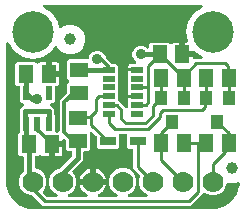
<source format=gbr>
G04 EAGLE Gerber RS-274X export*
G75*
%MOMM*%
%FSLAX34Y34*%
%LPD*%
%INTop Copper*%
%IPPOS*%
%AMOC8*
5,1,8,0,0,1.08239X$1,22.5*%
G01*
%ADD10R,1.000000X0.500000*%
%ADD11R,1.500000X1.300000*%
%ADD12R,1.300000X1.500000*%
%ADD13R,1.000000X1.200000*%
%ADD14R,0.550000X1.200000*%
%ADD15C,1.000000*%
%ADD16C,3.516000*%
%ADD17C,1.778000*%
%ADD18R,1.350000X0.800000*%
%ADD19C,0.406400*%
%ADD20C,0.254000*%
%ADD21C,0.906400*%
%ADD22C,0.304800*%

G36*
X177822Y2543D02*
X177822Y2543D01*
X177900Y2545D01*
X181277Y2810D01*
X181345Y2824D01*
X181414Y2829D01*
X181570Y2869D01*
X187994Y4956D01*
X188101Y5006D01*
X188212Y5050D01*
X188263Y5083D01*
X188282Y5091D01*
X188297Y5104D01*
X188348Y5136D01*
X193812Y9107D01*
X193899Y9188D01*
X193946Y9227D01*
X193952Y9231D01*
X193953Y9232D01*
X193991Y9264D01*
X194029Y9310D01*
X194044Y9324D01*
X194055Y9342D01*
X194093Y9388D01*
X198064Y14852D01*
X198121Y14956D01*
X198185Y15056D01*
X198207Y15113D01*
X198217Y15131D01*
X198222Y15151D01*
X198244Y15206D01*
X200331Y21630D01*
X200344Y21698D01*
X200367Y21764D01*
X200390Y21923D01*
X200540Y23839D01*
X200536Y23939D01*
X200540Y24038D01*
X200528Y24097D01*
X200525Y24157D01*
X200496Y24252D01*
X200476Y24349D01*
X200450Y24403D01*
X200432Y24461D01*
X200380Y24545D01*
X200336Y24635D01*
X200297Y24681D01*
X200266Y24732D01*
X200195Y24801D01*
X200130Y24877D01*
X200081Y24912D01*
X200038Y24953D01*
X199951Y25003D01*
X199870Y25060D01*
X199814Y25081D01*
X199761Y25111D01*
X199666Y25137D01*
X199573Y25173D01*
X199513Y25179D01*
X199455Y25195D01*
X199355Y25197D01*
X199257Y25208D01*
X199197Y25199D01*
X199137Y25200D01*
X199040Y25177D01*
X198942Y25163D01*
X198847Y25131D01*
X198827Y25126D01*
X198816Y25121D01*
X198789Y25111D01*
X196805Y24289D01*
X191816Y24289D01*
X190986Y24633D01*
X190938Y24646D01*
X190893Y24667D01*
X190785Y24688D01*
X190679Y24717D01*
X190629Y24718D01*
X190580Y24727D01*
X190471Y24720D01*
X190361Y24722D01*
X190313Y24710D01*
X190263Y24707D01*
X190159Y24673D01*
X190052Y24648D01*
X190008Y24625D01*
X189961Y24609D01*
X189868Y24550D01*
X189771Y24499D01*
X189734Y24466D01*
X189692Y24439D01*
X189617Y24359D01*
X189535Y24285D01*
X189508Y24244D01*
X189474Y24207D01*
X189421Y24111D01*
X189361Y24019D01*
X189344Y23972D01*
X189320Y23929D01*
X189293Y23823D01*
X189257Y23719D01*
X189253Y23669D01*
X189241Y23621D01*
X189231Y23460D01*
X189231Y23126D01*
X187491Y18925D01*
X184275Y15709D01*
X180074Y13969D01*
X175526Y13969D01*
X171325Y15709D01*
X171078Y15957D01*
X170968Y16042D01*
X170861Y16131D01*
X170842Y16140D01*
X170826Y16152D01*
X170699Y16207D01*
X170573Y16266D01*
X170553Y16270D01*
X170534Y16278D01*
X170397Y16300D01*
X170260Y16326D01*
X170240Y16325D01*
X170220Y16328D01*
X170081Y16315D01*
X169943Y16306D01*
X169924Y16300D01*
X169904Y16298D01*
X169772Y16251D01*
X169641Y16208D01*
X169624Y16198D01*
X169604Y16191D01*
X169489Y16113D01*
X169372Y16038D01*
X169358Y16024D01*
X169341Y16012D01*
X169249Y15908D01*
X169154Y15807D01*
X169144Y15789D01*
X169131Y15774D01*
X169067Y15650D01*
X169000Y15528D01*
X168995Y15509D01*
X168986Y15491D01*
X168956Y15354D01*
X168921Y15220D01*
X168919Y15192D01*
X168916Y15180D01*
X168917Y15160D01*
X168911Y15060D01*
X168911Y14932D01*
X159058Y5079D01*
X33982Y5079D01*
X25463Y13598D01*
X25385Y13658D01*
X25313Y13726D01*
X25260Y13755D01*
X25212Y13792D01*
X25121Y13832D01*
X25034Y13880D01*
X24976Y13895D01*
X24920Y13919D01*
X24822Y13934D01*
X24726Y13959D01*
X24626Y13965D01*
X24606Y13969D01*
X24594Y13967D01*
X24566Y13969D01*
X23126Y13969D01*
X18925Y15709D01*
X15709Y18925D01*
X13969Y23126D01*
X13969Y27674D01*
X15709Y31875D01*
X17306Y33471D01*
X17366Y33549D01*
X17434Y33621D01*
X17463Y33674D01*
X17500Y33722D01*
X17540Y33813D01*
X17588Y33900D01*
X17603Y33958D01*
X17627Y34014D01*
X17642Y34112D01*
X17667Y34208D01*
X17673Y34308D01*
X17677Y34328D01*
X17675Y34341D01*
X17677Y34369D01*
X17677Y45840D01*
X17662Y45958D01*
X17655Y46077D01*
X17642Y46115D01*
X17637Y46156D01*
X17594Y46266D01*
X17557Y46379D01*
X17535Y46414D01*
X17520Y46451D01*
X17451Y46547D01*
X17387Y46648D01*
X17357Y46676D01*
X17334Y46709D01*
X17242Y46785D01*
X17155Y46866D01*
X17120Y46886D01*
X17089Y46911D01*
X16981Y46962D01*
X16877Y47020D01*
X16837Y47030D01*
X16801Y47047D01*
X16684Y47069D01*
X16569Y47099D01*
X16509Y47103D01*
X16489Y47107D01*
X16468Y47105D01*
X16408Y47109D01*
X14698Y47109D01*
X13209Y48598D01*
X13209Y65702D01*
X14048Y66541D01*
X14108Y66619D01*
X14176Y66691D01*
X14205Y66744D01*
X14242Y66792D01*
X14282Y66883D01*
X14330Y66970D01*
X14345Y67028D01*
X14369Y67084D01*
X14384Y67182D01*
X14409Y67277D01*
X14415Y67378D01*
X14419Y67398D01*
X14417Y67410D01*
X14419Y67438D01*
X14419Y81893D01*
X14427Y81910D01*
X14442Y82008D01*
X14467Y82104D01*
X14473Y82204D01*
X14477Y82225D01*
X14475Y82237D01*
X14477Y82265D01*
X14477Y86984D01*
X17417Y89924D01*
X17502Y90033D01*
X17591Y90140D01*
X17599Y90159D01*
X17612Y90175D01*
X17667Y90303D01*
X17726Y90428D01*
X17730Y90448D01*
X17738Y90467D01*
X17760Y90605D01*
X17786Y90741D01*
X17785Y90761D01*
X17788Y90781D01*
X17775Y90920D01*
X17766Y91058D01*
X17760Y91077D01*
X17758Y91097D01*
X17711Y91229D01*
X17668Y91360D01*
X17657Y91378D01*
X17650Y91397D01*
X17572Y91512D01*
X17498Y91629D01*
X17483Y91643D01*
X17472Y91660D01*
X17368Y91752D01*
X17266Y91847D01*
X17249Y91857D01*
X17233Y91870D01*
X17109Y91934D01*
X16988Y92001D01*
X16968Y92006D01*
X16950Y92015D01*
X16814Y92045D01*
X16680Y92080D01*
X16652Y92082D01*
X16640Y92085D01*
X16619Y92084D01*
X16519Y92090D01*
X15908Y92090D01*
X14419Y93579D01*
X14419Y105530D01*
X14404Y105648D01*
X14397Y105767D01*
X14384Y105805D01*
X14379Y105846D01*
X14336Y105956D01*
X14299Y106069D01*
X14277Y106104D01*
X14262Y106141D01*
X14193Y106237D01*
X14129Y106338D01*
X14099Y106366D01*
X14076Y106399D01*
X13984Y106475D01*
X13897Y106556D01*
X13862Y106576D01*
X13831Y106601D01*
X13723Y106652D01*
X13619Y106710D01*
X13579Y106720D01*
X13543Y106737D01*
X13426Y106759D01*
X13311Y106789D01*
X13251Y106793D01*
X13231Y106797D01*
X13210Y106795D01*
X13150Y106799D01*
X12158Y106799D01*
X10669Y108288D01*
X10669Y125392D01*
X12158Y126881D01*
X27262Y126881D01*
X28313Y125831D01*
X28407Y125758D01*
X28496Y125679D01*
X28532Y125661D01*
X28564Y125636D01*
X28673Y125588D01*
X28779Y125534D01*
X28818Y125525D01*
X28856Y125509D01*
X28973Y125491D01*
X29089Y125465D01*
X29130Y125466D01*
X29170Y125460D01*
X29288Y125471D01*
X29407Y125474D01*
X29446Y125486D01*
X29486Y125489D01*
X29599Y125530D01*
X29713Y125563D01*
X29748Y125583D01*
X29786Y125597D01*
X29884Y125664D01*
X29987Y125724D01*
X30032Y125764D01*
X30049Y125776D01*
X30062Y125791D01*
X30108Y125831D01*
X30650Y126373D01*
X31229Y126708D01*
X31876Y126881D01*
X36171Y126881D01*
X36171Y118110D01*
X36186Y117992D01*
X36193Y117873D01*
X36206Y117835D01*
X36211Y117795D01*
X36254Y117684D01*
X36291Y117571D01*
X36313Y117536D01*
X36328Y117499D01*
X36398Y117403D01*
X36461Y117302D01*
X36491Y117274D01*
X36515Y117242D01*
X36606Y117166D01*
X36693Y117084D01*
X36728Y117065D01*
X36759Y117039D01*
X36867Y116988D01*
X36971Y116931D01*
X37011Y116920D01*
X37047Y116903D01*
X37164Y116881D01*
X37279Y116851D01*
X37340Y116847D01*
X37360Y116843D01*
X37380Y116845D01*
X37440Y116841D01*
X38711Y116841D01*
X38711Y115570D01*
X38726Y115452D01*
X38733Y115333D01*
X38746Y115295D01*
X38751Y115255D01*
X38795Y115144D01*
X38831Y115031D01*
X38853Y114996D01*
X38868Y114959D01*
X38938Y114863D01*
X39001Y114762D01*
X39031Y114734D01*
X39055Y114701D01*
X39146Y114626D01*
X39233Y114544D01*
X39268Y114524D01*
X39300Y114499D01*
X39407Y114448D01*
X39511Y114390D01*
X39551Y114380D01*
X39587Y114363D01*
X39704Y114341D01*
X39819Y114311D01*
X39880Y114307D01*
X39900Y114303D01*
X39920Y114305D01*
X39980Y114301D01*
X47751Y114301D01*
X47751Y109006D01*
X47578Y108359D01*
X47243Y107780D01*
X46770Y107307D01*
X46191Y106972D01*
X45544Y106799D01*
X45270Y106799D01*
X45152Y106784D01*
X45033Y106777D01*
X44995Y106764D01*
X44954Y106759D01*
X44844Y106716D01*
X44731Y106679D01*
X44696Y106657D01*
X44659Y106642D01*
X44563Y106573D01*
X44462Y106509D01*
X44434Y106479D01*
X44401Y106456D01*
X44325Y106364D01*
X44244Y106277D01*
X44224Y106242D01*
X44199Y106211D01*
X44148Y106103D01*
X44090Y105999D01*
X44080Y105959D01*
X44063Y105923D01*
X44041Y105806D01*
X44011Y105691D01*
X44007Y105631D01*
X44003Y105611D01*
X44005Y105590D01*
X44001Y105530D01*
X44001Y93579D01*
X42512Y92090D01*
X41241Y92090D01*
X41103Y92073D01*
X40964Y92060D01*
X40945Y92053D01*
X40925Y92050D01*
X40796Y91999D01*
X40665Y91952D01*
X40648Y91941D01*
X40630Y91933D01*
X40517Y91852D01*
X40402Y91774D01*
X40389Y91758D01*
X40372Y91747D01*
X40283Y91639D01*
X40192Y91535D01*
X40182Y91517D01*
X40169Y91502D01*
X40110Y91376D01*
X40047Y91252D01*
X40042Y91232D01*
X40034Y91214D01*
X40008Y91078D01*
X39977Y90942D01*
X39978Y90921D01*
X39974Y90902D01*
X39983Y90763D01*
X39987Y90624D01*
X39993Y90604D01*
X39994Y90584D01*
X40037Y90452D01*
X40075Y90318D01*
X40086Y90301D01*
X40092Y90282D01*
X40166Y90164D01*
X40237Y90044D01*
X40255Y90023D01*
X40262Y90013D01*
X40277Y89999D01*
X40343Y89924D01*
X43283Y86984D01*
X43283Y82925D01*
X43295Y82827D01*
X43298Y82728D01*
X43315Y82670D01*
X43323Y82610D01*
X43359Y82518D01*
X43387Y82422D01*
X43417Y82370D01*
X43440Y82314D01*
X43498Y82234D01*
X43548Y82149D01*
X43614Y82073D01*
X43626Y82057D01*
X43636Y82049D01*
X43654Y82028D01*
X44001Y81681D01*
X44001Y68460D01*
X44016Y68342D01*
X44023Y68223D01*
X44036Y68185D01*
X44041Y68144D01*
X44084Y68034D01*
X44121Y67921D01*
X44143Y67886D01*
X44158Y67849D01*
X44227Y67753D01*
X44291Y67652D01*
X44321Y67624D01*
X44344Y67591D01*
X44436Y67515D01*
X44523Y67434D01*
X44558Y67414D01*
X44589Y67389D01*
X44697Y67338D01*
X44801Y67280D01*
X44841Y67270D01*
X44877Y67253D01*
X44994Y67231D01*
X45109Y67201D01*
X45169Y67197D01*
X45189Y67193D01*
X45210Y67195D01*
X45270Y67191D01*
X46736Y67191D01*
X46854Y67206D01*
X46973Y67213D01*
X47011Y67226D01*
X47052Y67231D01*
X47162Y67274D01*
X47275Y67311D01*
X47310Y67333D01*
X47347Y67348D01*
X47443Y67417D01*
X47544Y67481D01*
X47572Y67511D01*
X47605Y67534D01*
X47681Y67626D01*
X47762Y67713D01*
X47782Y67748D01*
X47807Y67779D01*
X47858Y67887D01*
X47916Y67991D01*
X47926Y68031D01*
X47943Y68067D01*
X47965Y68184D01*
X47995Y68299D01*
X47999Y68359D01*
X48003Y68379D01*
X48001Y68400D01*
X48005Y68460D01*
X48005Y94394D01*
X54358Y100746D01*
X54418Y100824D01*
X54486Y100896D01*
X54515Y100949D01*
X54552Y100997D01*
X54592Y101088D01*
X54640Y101175D01*
X54655Y101233D01*
X54679Y101289D01*
X54694Y101387D01*
X54719Y101483D01*
X54725Y101583D01*
X54729Y101603D01*
X54727Y101615D01*
X54729Y101643D01*
X54729Y108542D01*
X55779Y109593D01*
X55852Y109687D01*
X55931Y109776D01*
X55949Y109812D01*
X55974Y109844D01*
X56022Y109953D01*
X56076Y110059D01*
X56085Y110098D01*
X56101Y110136D01*
X56119Y110253D01*
X56145Y110369D01*
X56144Y110410D01*
X56150Y110450D01*
X56139Y110568D01*
X56136Y110687D01*
X56124Y110726D01*
X56121Y110766D01*
X56080Y110878D01*
X56047Y110993D01*
X56027Y111028D01*
X56013Y111066D01*
X55946Y111164D01*
X55886Y111267D01*
X55846Y111312D01*
X55834Y111329D01*
X55819Y111342D01*
X55779Y111388D01*
X54729Y112438D01*
X54729Y127542D01*
X56218Y129031D01*
X71668Y129031D01*
X71786Y129046D01*
X71905Y129053D01*
X71943Y129066D01*
X71984Y129071D01*
X72094Y129114D01*
X72207Y129151D01*
X72242Y129173D01*
X72279Y129188D01*
X72375Y129257D01*
X72476Y129321D01*
X72504Y129351D01*
X72537Y129374D01*
X72613Y129466D01*
X72694Y129553D01*
X72714Y129588D01*
X72739Y129619D01*
X72790Y129727D01*
X72848Y129831D01*
X72858Y129871D01*
X72875Y129907D01*
X72897Y130024D01*
X72927Y130139D01*
X72931Y130199D01*
X72935Y130219D01*
X72933Y130240D01*
X72937Y130300D01*
X72937Y130947D01*
X74014Y133546D01*
X76004Y135536D01*
X78603Y136613D01*
X81417Y136613D01*
X84016Y135536D01*
X86006Y133546D01*
X87096Y130914D01*
X87098Y130855D01*
X87115Y130797D01*
X87123Y130737D01*
X87159Y130645D01*
X87187Y130549D01*
X87217Y130497D01*
X87240Y130441D01*
X87298Y130361D01*
X87348Y130276D01*
X87414Y130200D01*
X87426Y130184D01*
X87436Y130176D01*
X87454Y130155D01*
X91847Y125762D01*
X91925Y125702D01*
X91997Y125634D01*
X92050Y125605D01*
X92098Y125568D01*
X92189Y125528D01*
X92276Y125480D01*
X92334Y125465D01*
X92390Y125441D01*
X92488Y125426D01*
X92584Y125401D01*
X92684Y125395D01*
X92704Y125391D01*
X92716Y125393D01*
X92744Y125391D01*
X95652Y125391D01*
X97141Y123902D01*
X97141Y95430D01*
X97156Y95312D01*
X97163Y95193D01*
X97176Y95155D01*
X97181Y95114D01*
X97224Y95004D01*
X97261Y94891D01*
X97283Y94856D01*
X97298Y94819D01*
X97367Y94723D01*
X97431Y94622D01*
X97461Y94594D01*
X97484Y94561D01*
X97576Y94485D01*
X97663Y94404D01*
X97691Y94389D01*
X101537Y90542D01*
X103893Y88187D01*
X104002Y88101D01*
X104109Y88013D01*
X104128Y88004D01*
X104144Y87992D01*
X104272Y87936D01*
X104397Y87877D01*
X104417Y87873D01*
X104436Y87865D01*
X104574Y87843D01*
X104710Y87817D01*
X104730Y87819D01*
X104750Y87816D01*
X104889Y87829D01*
X105027Y87837D01*
X105046Y87843D01*
X105066Y87845D01*
X105198Y87893D01*
X105329Y87935D01*
X105347Y87946D01*
X105366Y87953D01*
X105481Y88031D01*
X105598Y88105D01*
X105612Y88120D01*
X105629Y88132D01*
X105721Y88236D01*
X105816Y88337D01*
X105826Y88355D01*
X105839Y88370D01*
X105903Y88494D01*
X105970Y88616D01*
X105975Y88635D01*
X105984Y88653D01*
X106014Y88789D01*
X106049Y88923D01*
X106051Y88952D01*
X106054Y88963D01*
X106053Y88984D01*
X106059Y89084D01*
X106059Y94053D01*
X106063Y94061D01*
X106076Y94113D01*
X106098Y94162D01*
X106114Y94267D01*
X106139Y94370D01*
X106139Y94423D01*
X106147Y94476D01*
X106138Y94582D01*
X106137Y94688D01*
X106120Y94771D01*
X106118Y94793D01*
X106112Y94808D01*
X106105Y94845D01*
X106059Y95016D01*
X106059Y96581D01*
X113600Y96581D01*
X113718Y96596D01*
X113837Y96603D01*
X113875Y96615D01*
X113915Y96620D01*
X114026Y96664D01*
X114139Y96701D01*
X114173Y96723D01*
X114211Y96737D01*
X114307Y96807D01*
X114408Y96871D01*
X114436Y96901D01*
X114468Y96924D01*
X114544Y97016D01*
X114626Y97103D01*
X114645Y97138D01*
X114671Y97169D01*
X114722Y97277D01*
X114779Y97381D01*
X114789Y97420D01*
X114807Y97457D01*
X114829Y97574D01*
X114859Y97689D01*
X114863Y97749D01*
X114866Y97769D01*
X114866Y97770D01*
X114865Y97790D01*
X114869Y97850D01*
X114854Y97968D01*
X114847Y98087D01*
X114834Y98125D01*
X114829Y98166D01*
X114785Y98276D01*
X114749Y98390D01*
X114727Y98424D01*
X114712Y98461D01*
X114642Y98558D01*
X114578Y98658D01*
X114549Y98686D01*
X114525Y98719D01*
X114433Y98795D01*
X114347Y98876D01*
X114311Y98896D01*
X114280Y98922D01*
X114173Y98972D01*
X114068Y99030D01*
X114029Y99040D01*
X113993Y99057D01*
X113876Y99079D01*
X113760Y99109D01*
X113700Y99113D01*
X113680Y99117D01*
X113660Y99116D01*
X113600Y99119D01*
X106059Y99119D01*
X106059Y100684D01*
X106105Y100854D01*
X106119Y100959D01*
X106142Y101062D01*
X106141Y101116D01*
X106148Y101170D01*
X106136Y101275D01*
X106133Y101380D01*
X106118Y101432D01*
X106112Y101485D01*
X106074Y101584D01*
X106059Y101634D01*
X106059Y116553D01*
X106063Y116561D01*
X106076Y116613D01*
X106098Y116663D01*
X106114Y116767D01*
X106140Y116870D01*
X106139Y116924D01*
X106147Y116977D01*
X106138Y117082D01*
X106137Y117188D01*
X106120Y117272D01*
X106118Y117293D01*
X106112Y117308D01*
X106105Y117346D01*
X106059Y117516D01*
X106059Y119081D01*
X113600Y119081D01*
X113718Y119096D01*
X113837Y119103D01*
X113875Y119115D01*
X113915Y119120D01*
X114026Y119164D01*
X114139Y119201D01*
X114173Y119223D01*
X114211Y119237D01*
X114307Y119307D01*
X114408Y119371D01*
X114436Y119401D01*
X114468Y119424D01*
X114544Y119516D01*
X114626Y119603D01*
X114645Y119638D01*
X114671Y119669D01*
X114722Y119777D01*
X114779Y119881D01*
X114789Y119920D01*
X114807Y119957D01*
X114829Y120074D01*
X114859Y120189D01*
X114863Y120249D01*
X114866Y120269D01*
X114866Y120270D01*
X114865Y120290D01*
X114869Y120350D01*
X114854Y120468D01*
X114847Y120587D01*
X114834Y120625D01*
X114829Y120666D01*
X114785Y120776D01*
X114749Y120890D01*
X114727Y120924D01*
X114712Y120961D01*
X114642Y121058D01*
X114578Y121158D01*
X114549Y121186D01*
X114525Y121219D01*
X114433Y121295D01*
X114347Y121376D01*
X114311Y121396D01*
X114280Y121422D01*
X114173Y121472D01*
X114068Y121530D01*
X114029Y121540D01*
X113993Y121557D01*
X113876Y121579D01*
X113760Y121609D01*
X113700Y121613D01*
X113680Y121617D01*
X113660Y121616D01*
X113600Y121619D01*
X106059Y121619D01*
X106059Y123184D01*
X106232Y123831D01*
X106567Y124410D01*
X107040Y124883D01*
X107619Y125218D01*
X108266Y125391D01*
X111733Y125391D01*
X111870Y125408D01*
X112009Y125421D01*
X112028Y125428D01*
X112048Y125431D01*
X112177Y125482D01*
X112308Y125529D01*
X112325Y125540D01*
X112344Y125548D01*
X112456Y125629D01*
X112571Y125707D01*
X112585Y125723D01*
X112601Y125734D01*
X112690Y125842D01*
X112782Y125946D01*
X112791Y125964D01*
X112804Y125979D01*
X112863Y126105D01*
X112927Y126229D01*
X112931Y126249D01*
X112940Y126267D01*
X112966Y126404D01*
X112996Y126539D01*
X112996Y126560D01*
X112999Y126579D01*
X112991Y126718D01*
X112987Y126857D01*
X112981Y126877D01*
X112980Y126897D01*
X112937Y127029D01*
X112898Y127163D01*
X112888Y127180D01*
X112882Y127199D01*
X112807Y127317D01*
X112737Y127437D01*
X112718Y127458D01*
X112711Y127468D01*
X112696Y127482D01*
X112630Y127557D01*
X110844Y129344D01*
X109767Y131943D01*
X109767Y134757D01*
X110844Y137356D01*
X112834Y139346D01*
X115433Y140423D01*
X118247Y140423D01*
X120846Y139346D01*
X121533Y138660D01*
X121642Y138575D01*
X121749Y138486D01*
X121768Y138477D01*
X121784Y138465D01*
X121912Y138410D01*
X122037Y138350D01*
X122057Y138347D01*
X122076Y138339D01*
X122214Y138317D01*
X122350Y138291D01*
X122370Y138292D01*
X122390Y138289D01*
X122529Y138302D01*
X122667Y138310D01*
X122686Y138317D01*
X122706Y138318D01*
X122837Y138366D01*
X122969Y138408D01*
X122987Y138419D01*
X123006Y138426D01*
X123120Y138504D01*
X123238Y138579D01*
X123252Y138593D01*
X123269Y138605D01*
X123361Y138709D01*
X123456Y138810D01*
X123466Y138828D01*
X123479Y138843D01*
X123542Y138967D01*
X123610Y139089D01*
X123615Y139108D01*
X123624Y139126D01*
X123654Y139262D01*
X123689Y139397D01*
X123691Y139425D01*
X123694Y139437D01*
X123693Y139457D01*
X123699Y139557D01*
X123699Y141902D01*
X125188Y143391D01*
X140292Y143391D01*
X141343Y142341D01*
X141437Y142268D01*
X141526Y142189D01*
X141562Y142170D01*
X141594Y142146D01*
X141703Y142098D01*
X141809Y142044D01*
X141848Y142035D01*
X141886Y142019D01*
X142003Y142001D01*
X142119Y141975D01*
X142160Y141976D01*
X142200Y141969D01*
X142318Y141981D01*
X142437Y141984D01*
X142476Y141996D01*
X142516Y141999D01*
X142628Y142040D01*
X142743Y142073D01*
X142778Y142093D01*
X142816Y142107D01*
X142914Y142174D01*
X143017Y142234D01*
X143062Y142274D01*
X143079Y142285D01*
X143092Y142301D01*
X143138Y142341D01*
X143680Y142883D01*
X144259Y143218D01*
X144906Y143391D01*
X149201Y143391D01*
X149201Y134620D01*
X149216Y134502D01*
X149223Y134383D01*
X149236Y134345D01*
X149241Y134305D01*
X149284Y134194D01*
X149321Y134081D01*
X149343Y134046D01*
X149358Y134009D01*
X149428Y133913D01*
X149491Y133812D01*
X149521Y133784D01*
X149545Y133752D01*
X149636Y133676D01*
X149723Y133594D01*
X149758Y133575D01*
X149789Y133549D01*
X149897Y133498D01*
X150001Y133441D01*
X150041Y133430D01*
X150077Y133413D01*
X150194Y133391D01*
X150309Y133361D01*
X150370Y133357D01*
X150390Y133353D01*
X150410Y133355D01*
X150470Y133351D01*
X151741Y133351D01*
X151741Y132080D01*
X151756Y131962D01*
X151763Y131843D01*
X151776Y131805D01*
X151781Y131765D01*
X151825Y131654D01*
X151861Y131541D01*
X151883Y131506D01*
X151898Y131469D01*
X151968Y131373D01*
X152031Y131272D01*
X152061Y131244D01*
X152085Y131211D01*
X152176Y131136D01*
X152263Y131054D01*
X152298Y131034D01*
X152330Y131009D01*
X152437Y130958D01*
X152541Y130900D01*
X152581Y130890D01*
X152617Y130873D01*
X152734Y130851D01*
X152849Y130821D01*
X152910Y130817D01*
X152930Y130813D01*
X152950Y130815D01*
X153010Y130811D01*
X160781Y130811D01*
X160781Y130810D01*
X160796Y130692D01*
X160803Y130573D01*
X160816Y130535D01*
X160821Y130494D01*
X160864Y130384D01*
X160901Y130271D01*
X160923Y130236D01*
X160938Y130199D01*
X161007Y130103D01*
X161071Y130002D01*
X161101Y129974D01*
X161124Y129941D01*
X161216Y129865D01*
X161303Y129784D01*
X161338Y129764D01*
X161369Y129739D01*
X161477Y129688D01*
X161581Y129630D01*
X161621Y129620D01*
X161657Y129603D01*
X161774Y129581D01*
X161889Y129551D01*
X161949Y129547D01*
X161969Y129543D01*
X161990Y129545D01*
X162050Y129541D01*
X167796Y129541D01*
X167900Y129554D01*
X168004Y129558D01*
X168057Y129574D01*
X168111Y129581D01*
X168208Y129619D01*
X168309Y129649D01*
X168356Y129677D01*
X168407Y129698D01*
X168492Y129759D01*
X168581Y129813D01*
X168620Y129852D01*
X168665Y129884D01*
X168731Y129965D01*
X168804Y130039D01*
X168832Y130087D01*
X168867Y130129D01*
X168912Y130224D01*
X168964Y130314D01*
X168979Y130367D01*
X169003Y130417D01*
X169022Y130520D01*
X169051Y130620D01*
X169052Y130675D01*
X169063Y130729D01*
X169056Y130834D01*
X169059Y130938D01*
X169046Y130992D01*
X169043Y131047D01*
X169011Y131146D01*
X168987Y131248D01*
X168962Y131297D01*
X168945Y131349D01*
X168889Y131438D01*
X168841Y131530D01*
X168804Y131572D01*
X168775Y131618D01*
X168699Y131690D01*
X168629Y131768D01*
X168559Y131821D01*
X168543Y131836D01*
X168530Y131843D01*
X168501Y131865D01*
X162755Y135705D01*
X162742Y135711D01*
X162731Y135721D01*
X162600Y135782D01*
X162471Y135847D01*
X162456Y135850D01*
X162443Y135856D01*
X162302Y135883D01*
X162160Y135914D01*
X162145Y135913D01*
X162130Y135916D01*
X161987Y135907D01*
X161842Y135901D01*
X161828Y135897D01*
X161813Y135896D01*
X161791Y135889D01*
X154279Y135889D01*
X154279Y143391D01*
X155370Y143391D01*
X155453Y143401D01*
X155538Y143402D01*
X155610Y143421D01*
X155685Y143431D01*
X155764Y143462D01*
X155845Y143483D01*
X155911Y143520D01*
X155981Y143548D01*
X156049Y143597D01*
X156123Y143638D01*
X156177Y143690D01*
X156238Y143734D01*
X156292Y143800D01*
X156353Y143858D01*
X156393Y143921D01*
X156441Y143979D01*
X156477Y144056D01*
X156522Y144127D01*
X156544Y144199D01*
X156577Y144267D01*
X156592Y144350D01*
X156618Y144430D01*
X156622Y144506D01*
X156636Y144579D01*
X156631Y144664D01*
X156636Y144748D01*
X156617Y144888D01*
X156617Y144897D01*
X156615Y144900D01*
X156614Y144908D01*
X155124Y152400D01*
X156850Y161078D01*
X161766Y168434D01*
X168501Y172935D01*
X168580Y173003D01*
X168665Y173064D01*
X168700Y173107D01*
X168741Y173143D01*
X168801Y173229D01*
X168867Y173309D01*
X168891Y173359D01*
X168922Y173405D01*
X168958Y173503D01*
X169003Y173597D01*
X169013Y173651D01*
X169032Y173703D01*
X169043Y173807D01*
X169063Y173910D01*
X169059Y173965D01*
X169065Y174019D01*
X169049Y174123D01*
X169043Y174227D01*
X169026Y174279D01*
X169018Y174334D01*
X168977Y174430D01*
X168945Y174529D01*
X168915Y174576D01*
X168894Y174627D01*
X168831Y174710D01*
X168775Y174798D01*
X168735Y174836D01*
X168701Y174880D01*
X168619Y174945D01*
X168543Y175016D01*
X168495Y175043D01*
X168452Y175077D01*
X168356Y175119D01*
X168265Y175170D01*
X168211Y175183D01*
X168161Y175206D01*
X168058Y175223D01*
X167957Y175249D01*
X167869Y175255D01*
X167847Y175258D01*
X167832Y175257D01*
X167796Y175259D01*
X35404Y175259D01*
X35300Y175246D01*
X35196Y175242D01*
X35143Y175226D01*
X35089Y175219D01*
X34992Y175181D01*
X34891Y175151D01*
X34844Y175123D01*
X34793Y175102D01*
X34708Y175041D01*
X34619Y174987D01*
X34580Y174948D01*
X34535Y174916D01*
X34469Y174835D01*
X34396Y174761D01*
X34368Y174713D01*
X34333Y174671D01*
X34288Y174576D01*
X34236Y174486D01*
X34221Y174433D01*
X34197Y174383D01*
X34178Y174280D01*
X34149Y174180D01*
X34148Y174125D01*
X34137Y174071D01*
X34144Y173966D01*
X34141Y173862D01*
X34154Y173808D01*
X34157Y173753D01*
X34189Y173654D01*
X34213Y173552D01*
X34238Y173503D01*
X34255Y173451D01*
X34311Y173362D01*
X34359Y173270D01*
X34396Y173228D01*
X34425Y173182D01*
X34501Y173110D01*
X34571Y173032D01*
X34641Y172979D01*
X34657Y172964D01*
X34670Y172957D01*
X34699Y172935D01*
X41434Y168434D01*
X46350Y161078D01*
X47229Y156657D01*
X47234Y156643D01*
X47235Y156628D01*
X47284Y156492D01*
X47330Y156355D01*
X47338Y156343D01*
X47343Y156329D01*
X47424Y156209D01*
X47502Y156088D01*
X47513Y156078D01*
X47521Y156066D01*
X47629Y155970D01*
X47736Y155872D01*
X47749Y155865D01*
X47760Y155855D01*
X47888Y155789D01*
X48016Y155721D01*
X48030Y155717D01*
X48043Y155710D01*
X48184Y155679D01*
X48324Y155644D01*
X48339Y155644D01*
X48353Y155641D01*
X48498Y155645D01*
X48642Y155646D01*
X48656Y155650D01*
X48671Y155650D01*
X48810Y155691D01*
X48950Y155728D01*
X48963Y155735D01*
X48977Y155739D01*
X49101Y155812D01*
X49227Y155883D01*
X49238Y155893D01*
X49251Y155900D01*
X49372Y156007D01*
X50046Y156682D01*
X54655Y158591D01*
X59645Y158591D01*
X64254Y156682D01*
X67782Y153154D01*
X69691Y148545D01*
X69691Y143555D01*
X67782Y138946D01*
X64254Y135418D01*
X59645Y133509D01*
X54655Y133509D01*
X50046Y135418D01*
X46518Y138946D01*
X46141Y139857D01*
X46134Y139869D01*
X46130Y139884D01*
X46055Y140008D01*
X45984Y140133D01*
X45974Y140144D01*
X45966Y140156D01*
X45863Y140258D01*
X45763Y140361D01*
X45750Y140369D01*
X45739Y140379D01*
X45614Y140452D01*
X45491Y140528D01*
X45477Y140532D01*
X45465Y140539D01*
X45326Y140579D01*
X45188Y140621D01*
X45173Y140622D01*
X45159Y140626D01*
X45015Y140629D01*
X44870Y140636D01*
X44855Y140633D01*
X44841Y140634D01*
X44701Y140601D01*
X44558Y140572D01*
X44545Y140565D01*
X44531Y140562D01*
X44403Y140496D01*
X44273Y140432D01*
X44261Y140423D01*
X44248Y140416D01*
X44141Y140320D01*
X44031Y140226D01*
X44022Y140214D01*
X44011Y140204D01*
X43913Y140076D01*
X41434Y136366D01*
X34078Y131450D01*
X25400Y129724D01*
X16722Y131450D01*
X9366Y136366D01*
X4865Y143101D01*
X4797Y143180D01*
X4736Y143265D01*
X4693Y143300D01*
X4657Y143341D01*
X4571Y143401D01*
X4491Y143467D01*
X4441Y143491D01*
X4395Y143522D01*
X4297Y143558D01*
X4203Y143603D01*
X4149Y143613D01*
X4097Y143632D01*
X3993Y143643D01*
X3890Y143663D01*
X3835Y143659D01*
X3781Y143665D01*
X3677Y143649D01*
X3573Y143643D01*
X3521Y143626D01*
X3466Y143618D01*
X3370Y143577D01*
X3271Y143545D01*
X3224Y143515D01*
X3173Y143494D01*
X3090Y143431D01*
X3002Y143375D01*
X2964Y143335D01*
X2920Y143301D01*
X2855Y143219D01*
X2784Y143143D01*
X2757Y143095D01*
X2723Y143052D01*
X2681Y142956D01*
X2630Y142865D01*
X2617Y142811D01*
X2594Y142761D01*
X2577Y142658D01*
X2551Y142557D01*
X2545Y142469D01*
X2542Y142447D01*
X2543Y142432D01*
X2541Y142396D01*
X2541Y25400D01*
X2543Y25378D01*
X2545Y25300D01*
X2810Y21923D01*
X2824Y21855D01*
X2829Y21786D01*
X2869Y21630D01*
X4956Y15206D01*
X5006Y15099D01*
X5050Y14988D01*
X5083Y14937D01*
X5091Y14918D01*
X5104Y14903D01*
X5136Y14852D01*
X9107Y9388D01*
X9127Y9366D01*
X9138Y9348D01*
X9184Y9305D01*
X9188Y9301D01*
X9264Y9209D01*
X9310Y9171D01*
X9324Y9156D01*
X9342Y9145D01*
X9388Y9107D01*
X14852Y5136D01*
X14956Y5079D01*
X15056Y5015D01*
X15113Y4993D01*
X15131Y4983D01*
X15151Y4978D01*
X15206Y4956D01*
X21630Y2869D01*
X21698Y2856D01*
X21764Y2833D01*
X21923Y2810D01*
X25300Y2545D01*
X25322Y2546D01*
X25400Y2541D01*
X177800Y2541D01*
X177822Y2543D01*
G37*
G36*
X70678Y12703D02*
X70678Y12703D01*
X70698Y12701D01*
X70836Y12723D01*
X70974Y12741D01*
X70993Y12748D01*
X71012Y12751D01*
X71140Y12806D01*
X71270Y12858D01*
X71286Y12869D01*
X71304Y12877D01*
X71414Y12963D01*
X71527Y13044D01*
X71540Y13060D01*
X71556Y13072D01*
X71641Y13182D01*
X71730Y13289D01*
X71738Y13307D01*
X71751Y13323D01*
X71806Y13451D01*
X71865Y13577D01*
X71869Y13597D01*
X71877Y13615D01*
X71899Y13753D01*
X71925Y13889D01*
X71924Y13909D01*
X71927Y13929D01*
X71914Y14068D01*
X71905Y14207D01*
X71899Y14226D01*
X71897Y14246D01*
X71850Y14377D01*
X71807Y14509D01*
X71797Y14526D01*
X71790Y14545D01*
X71712Y14660D01*
X71637Y14778D01*
X71623Y14792D01*
X71612Y14808D01*
X71507Y14900D01*
X71406Y14996D01*
X71388Y15006D01*
X71373Y15019D01*
X71235Y15101D01*
X70209Y15623D01*
X68753Y16681D01*
X67481Y17953D01*
X66423Y19409D01*
X65607Y21012D01*
X65051Y22723D01*
X65023Y22901D01*
X74970Y22901D01*
X75088Y22916D01*
X75207Y22923D01*
X75245Y22935D01*
X75285Y22941D01*
X75396Y22984D01*
X75509Y23021D01*
X75543Y23043D01*
X75581Y23058D01*
X75677Y23127D01*
X75778Y23191D01*
X75806Y23221D01*
X75838Y23244D01*
X75914Y23336D01*
X75996Y23423D01*
X76015Y23458D01*
X76041Y23489D01*
X76092Y23597D01*
X76149Y23701D01*
X76159Y23741D01*
X76177Y23777D01*
X76197Y23884D01*
X76201Y23854D01*
X76245Y23744D01*
X76281Y23631D01*
X76303Y23596D01*
X76318Y23559D01*
X76388Y23462D01*
X76451Y23362D01*
X76481Y23334D01*
X76505Y23301D01*
X76596Y23225D01*
X76683Y23144D01*
X76718Y23124D01*
X76750Y23099D01*
X76857Y23048D01*
X76962Y22990D01*
X77001Y22980D01*
X77037Y22963D01*
X77154Y22941D01*
X77270Y22911D01*
X77330Y22907D01*
X77350Y22903D01*
X77370Y22905D01*
X77430Y22901D01*
X87377Y22901D01*
X87349Y22723D01*
X86793Y21012D01*
X85977Y19409D01*
X84919Y17953D01*
X83647Y16681D01*
X82191Y15623D01*
X81165Y15101D01*
X81149Y15090D01*
X81130Y15082D01*
X81018Y15001D01*
X80902Y14922D01*
X80889Y14907D01*
X80873Y14896D01*
X80784Y14788D01*
X80692Y14684D01*
X80683Y14666D01*
X80670Y14651D01*
X80611Y14524D01*
X80547Y14400D01*
X80543Y14381D01*
X80535Y14363D01*
X80508Y14226D01*
X80478Y14090D01*
X80479Y14070D01*
X80475Y14050D01*
X80483Y13911D01*
X80488Y13772D01*
X80493Y13753D01*
X80495Y13733D01*
X80537Y13601D01*
X80576Y13467D01*
X80586Y13449D01*
X80593Y13431D01*
X80667Y13313D01*
X80738Y13193D01*
X80752Y13179D01*
X80763Y13162D01*
X80864Y13066D01*
X80963Y12968D01*
X80980Y12958D01*
X80994Y12944D01*
X81116Y12877D01*
X81236Y12806D01*
X81255Y12800D01*
X81273Y12790D01*
X81407Y12756D01*
X81542Y12717D01*
X81561Y12716D01*
X81581Y12711D01*
X81741Y12701D01*
X96008Y12701D01*
X96077Y12709D01*
X96147Y12708D01*
X96234Y12729D01*
X96323Y12741D01*
X96388Y12766D01*
X96456Y12783D01*
X96536Y12825D01*
X96619Y12858D01*
X96675Y12899D01*
X96737Y12931D01*
X96804Y12992D01*
X96876Y13044D01*
X96921Y13098D01*
X96973Y13145D01*
X97022Y13220D01*
X97079Y13289D01*
X97109Y13353D01*
X97147Y13411D01*
X97177Y13496D01*
X97215Y13577D01*
X97228Y13646D01*
X97251Y13712D01*
X97258Y13801D01*
X97275Y13889D01*
X97270Y13959D01*
X97276Y14029D01*
X97260Y14117D01*
X97255Y14207D01*
X97233Y14273D01*
X97221Y14342D01*
X97184Y14424D01*
X97157Y14509D01*
X97119Y14568D01*
X97091Y14632D01*
X97035Y14702D01*
X96987Y14778D01*
X96936Y14826D01*
X96892Y14880D01*
X96820Y14935D01*
X96755Y14996D01*
X96694Y15030D01*
X96638Y15072D01*
X96494Y15143D01*
X95125Y15709D01*
X91909Y18925D01*
X90169Y23126D01*
X90169Y27674D01*
X91909Y31875D01*
X95125Y35091D01*
X99326Y36831D01*
X103874Y36831D01*
X108075Y35091D01*
X111291Y31875D01*
X113031Y27674D01*
X113031Y23126D01*
X111291Y18925D01*
X108075Y15709D01*
X106706Y15143D01*
X106646Y15108D01*
X106581Y15082D01*
X106508Y15030D01*
X106430Y14985D01*
X106380Y14937D01*
X106324Y14896D01*
X106266Y14826D01*
X106202Y14764D01*
X106165Y14704D01*
X106121Y14651D01*
X106082Y14569D01*
X106035Y14493D01*
X106015Y14426D01*
X105985Y14363D01*
X105968Y14275D01*
X105942Y14189D01*
X105939Y14119D01*
X105925Y14050D01*
X105931Y13961D01*
X105927Y13871D01*
X105941Y13803D01*
X105945Y13733D01*
X105973Y13648D01*
X105991Y13560D01*
X106022Y13497D01*
X106043Y13431D01*
X106091Y13355D01*
X106131Y13274D01*
X106176Y13221D01*
X106213Y13162D01*
X106279Y13100D01*
X106337Y13032D01*
X106394Y12992D01*
X106445Y12944D01*
X106524Y12901D01*
X106597Y12849D01*
X106662Y12824D01*
X106723Y12790D01*
X106810Y12768D01*
X106894Y12736D01*
X106964Y12728D01*
X107031Y12711D01*
X107192Y12701D01*
X121408Y12701D01*
X121477Y12709D01*
X121547Y12708D01*
X121634Y12729D01*
X121723Y12741D01*
X121788Y12766D01*
X121856Y12783D01*
X121936Y12825D01*
X122019Y12858D01*
X122075Y12899D01*
X122137Y12931D01*
X122204Y12992D01*
X122276Y13044D01*
X122321Y13098D01*
X122373Y13145D01*
X122422Y13220D01*
X122479Y13289D01*
X122509Y13353D01*
X122547Y13411D01*
X122577Y13496D01*
X122615Y13577D01*
X122628Y13646D01*
X122651Y13712D01*
X122658Y13801D01*
X122675Y13889D01*
X122670Y13959D01*
X122676Y14029D01*
X122660Y14117D01*
X122655Y14207D01*
X122633Y14273D01*
X122621Y14342D01*
X122584Y14424D01*
X122557Y14509D01*
X122519Y14568D01*
X122491Y14632D01*
X122435Y14702D01*
X122387Y14778D01*
X122336Y14826D01*
X122292Y14880D01*
X122220Y14935D01*
X122155Y14996D01*
X122094Y15030D01*
X122038Y15072D01*
X121894Y15143D01*
X120525Y15709D01*
X117309Y18925D01*
X115569Y23126D01*
X115569Y27674D01*
X116348Y29554D01*
X116356Y29583D01*
X116370Y29609D01*
X116398Y29736D01*
X116432Y29861D01*
X116433Y29891D01*
X116439Y29920D01*
X116435Y30049D01*
X116437Y30179D01*
X116430Y30208D01*
X116430Y30237D01*
X116393Y30362D01*
X116363Y30488D01*
X116349Y30515D01*
X116341Y30543D01*
X116275Y30655D01*
X116214Y30770D01*
X116195Y30791D01*
X116180Y30817D01*
X116073Y30938D01*
X110489Y36522D01*
X110489Y51880D01*
X110474Y51998D01*
X110467Y52117D01*
X110454Y52155D01*
X110449Y52196D01*
X110406Y52306D01*
X110369Y52419D01*
X110347Y52454D01*
X110332Y52491D01*
X110263Y52587D01*
X110199Y52688D01*
X110169Y52716D01*
X110146Y52749D01*
X110054Y52825D01*
X109967Y52906D01*
X109932Y52926D01*
X109901Y52951D01*
X109793Y53002D01*
X109689Y53060D01*
X109649Y53070D01*
X109613Y53087D01*
X109496Y53109D01*
X109381Y53139D01*
X109321Y53143D01*
X109301Y53147D01*
X109280Y53145D01*
X109220Y53149D01*
X106498Y53149D01*
X105009Y54638D01*
X105009Y64770D01*
X104994Y64888D01*
X104987Y65007D01*
X104974Y65045D01*
X104969Y65086D01*
X104926Y65196D01*
X104889Y65309D01*
X104867Y65344D01*
X104852Y65381D01*
X104783Y65477D01*
X104719Y65578D01*
X104689Y65606D01*
X104666Y65639D01*
X104574Y65715D01*
X104487Y65796D01*
X104452Y65816D01*
X104421Y65841D01*
X104313Y65892D01*
X104209Y65950D01*
X104169Y65960D01*
X104133Y65977D01*
X104016Y65999D01*
X103901Y66029D01*
X103841Y66033D01*
X103821Y66037D01*
X103800Y66035D01*
X103740Y66039D01*
X99460Y66039D01*
X99342Y66024D01*
X99223Y66017D01*
X99185Y66004D01*
X99144Y65999D01*
X99034Y65956D01*
X98921Y65919D01*
X98886Y65897D01*
X98849Y65882D01*
X98753Y65813D01*
X98652Y65749D01*
X98624Y65719D01*
X98591Y65696D01*
X98515Y65604D01*
X98434Y65517D01*
X98414Y65482D01*
X98389Y65451D01*
X98338Y65343D01*
X98280Y65239D01*
X98270Y65199D01*
X98253Y65163D01*
X98231Y65046D01*
X98201Y64931D01*
X98197Y64871D01*
X98193Y64851D01*
X98195Y64830D01*
X98194Y64817D01*
X98193Y64814D01*
X98193Y64812D01*
X98191Y64770D01*
X98191Y54638D01*
X96702Y53149D01*
X81098Y53149D01*
X79609Y54638D01*
X79609Y63066D01*
X79597Y63164D01*
X79594Y63263D01*
X79577Y63321D01*
X79569Y63381D01*
X79533Y63473D01*
X79505Y63569D01*
X79475Y63621D01*
X79452Y63677D01*
X79394Y63757D01*
X79344Y63842D01*
X79278Y63918D01*
X79266Y63934D01*
X79256Y63942D01*
X79238Y63963D01*
X75707Y67493D01*
X75598Y67579D01*
X75491Y67667D01*
X75472Y67676D01*
X75456Y67688D01*
X75328Y67744D01*
X75203Y67803D01*
X75183Y67807D01*
X75164Y67815D01*
X75026Y67837D01*
X74890Y67863D01*
X74870Y67861D01*
X74850Y67864D01*
X74711Y67851D01*
X74573Y67843D01*
X74554Y67837D01*
X74534Y67835D01*
X74402Y67787D01*
X74271Y67745D01*
X74253Y67734D01*
X74234Y67727D01*
X74119Y67649D01*
X74002Y67575D01*
X73988Y67560D01*
X73971Y67548D01*
X73879Y67444D01*
X73784Y67343D01*
X73774Y67325D01*
X73761Y67310D01*
X73697Y67186D01*
X73630Y67064D01*
X73625Y67045D01*
X73616Y67027D01*
X73586Y66891D01*
X73551Y66757D01*
X73549Y66728D01*
X73546Y66717D01*
X73547Y66696D01*
X73541Y66596D01*
X73541Y52798D01*
X72052Y51309D01*
X69342Y51309D01*
X69224Y51294D01*
X69105Y51287D01*
X69067Y51274D01*
X69026Y51269D01*
X68916Y51226D01*
X68803Y51189D01*
X68768Y51167D01*
X68731Y51152D01*
X68635Y51083D01*
X68534Y51019D01*
X68506Y50989D01*
X68473Y50966D01*
X68397Y50874D01*
X68316Y50787D01*
X68296Y50752D01*
X68271Y50721D01*
X68220Y50613D01*
X68162Y50509D01*
X68152Y50469D01*
X68135Y50433D01*
X68113Y50316D01*
X68083Y50201D01*
X68079Y50141D01*
X68075Y50121D01*
X68077Y50100D01*
X68073Y50040D01*
X68073Y43826D01*
X59204Y34957D01*
X59131Y34863D01*
X59052Y34774D01*
X59034Y34738D01*
X59009Y34706D01*
X58961Y34596D01*
X58907Y34490D01*
X58898Y34451D01*
X58882Y34414D01*
X58864Y34296D01*
X58838Y34180D01*
X58839Y34140D01*
X58833Y34100D01*
X58844Y33981D01*
X58847Y33862D01*
X58859Y33823D01*
X58862Y33783D01*
X58903Y33671D01*
X58936Y33557D01*
X58956Y33522D01*
X58970Y33484D01*
X59037Y33385D01*
X59097Y33283D01*
X59137Y33237D01*
X59149Y33221D01*
X59164Y33207D01*
X59204Y33162D01*
X60491Y31875D01*
X62231Y27674D01*
X62231Y23126D01*
X60491Y18925D01*
X57275Y15709D01*
X55906Y15143D01*
X55846Y15108D01*
X55781Y15082D01*
X55708Y15030D01*
X55630Y14985D01*
X55580Y14937D01*
X55524Y14896D01*
X55466Y14826D01*
X55402Y14764D01*
X55365Y14704D01*
X55321Y14651D01*
X55282Y14569D01*
X55235Y14493D01*
X55215Y14426D01*
X55185Y14363D01*
X55168Y14275D01*
X55142Y14189D01*
X55139Y14119D01*
X55125Y14050D01*
X55131Y13961D01*
X55127Y13871D01*
X55141Y13803D01*
X55145Y13733D01*
X55173Y13648D01*
X55191Y13560D01*
X55222Y13497D01*
X55243Y13431D01*
X55291Y13355D01*
X55331Y13274D01*
X55376Y13221D01*
X55413Y13162D01*
X55479Y13100D01*
X55537Y13032D01*
X55594Y12992D01*
X55645Y12944D01*
X55724Y12901D01*
X55797Y12849D01*
X55862Y12824D01*
X55923Y12790D01*
X56010Y12768D01*
X56094Y12736D01*
X56164Y12728D01*
X56231Y12711D01*
X56392Y12701D01*
X70659Y12701D01*
X70678Y12703D01*
G37*
G36*
X45277Y12709D02*
X45277Y12709D01*
X45347Y12708D01*
X45434Y12729D01*
X45523Y12741D01*
X45588Y12766D01*
X45656Y12783D01*
X45736Y12825D01*
X45819Y12858D01*
X45875Y12899D01*
X45937Y12931D01*
X46004Y12992D01*
X46076Y13044D01*
X46121Y13098D01*
X46173Y13145D01*
X46222Y13220D01*
X46279Y13289D01*
X46309Y13353D01*
X46347Y13411D01*
X46377Y13496D01*
X46415Y13577D01*
X46428Y13646D01*
X46451Y13712D01*
X46458Y13801D01*
X46475Y13889D01*
X46470Y13959D01*
X46476Y14029D01*
X46460Y14117D01*
X46455Y14207D01*
X46433Y14273D01*
X46421Y14342D01*
X46384Y14424D01*
X46357Y14509D01*
X46319Y14568D01*
X46291Y14632D01*
X46235Y14702D01*
X46187Y14778D01*
X46136Y14826D01*
X46092Y14880D01*
X46020Y14935D01*
X45955Y14996D01*
X45894Y15030D01*
X45838Y15072D01*
X45694Y15143D01*
X44325Y15709D01*
X41109Y18925D01*
X39369Y23126D01*
X39369Y27674D01*
X41109Y31875D01*
X44325Y35091D01*
X47640Y36464D01*
X47648Y36468D01*
X47657Y36471D01*
X47786Y36547D01*
X47917Y36621D01*
X47923Y36628D01*
X47931Y36632D01*
X48052Y36739D01*
X58556Y47242D01*
X58616Y47321D01*
X58684Y47393D01*
X58713Y47446D01*
X58750Y47494D01*
X58790Y47585D01*
X58838Y47671D01*
X58853Y47730D01*
X58877Y47785D01*
X58892Y47883D01*
X58917Y47979D01*
X58923Y48079D01*
X58927Y48100D01*
X58925Y48112D01*
X58927Y48140D01*
X58927Y50040D01*
X58912Y50158D01*
X58905Y50277D01*
X58892Y50315D01*
X58887Y50356D01*
X58844Y50466D01*
X58807Y50579D01*
X58785Y50614D01*
X58770Y50651D01*
X58701Y50747D01*
X58637Y50848D01*
X58607Y50876D01*
X58584Y50909D01*
X58492Y50985D01*
X58405Y51066D01*
X58370Y51086D01*
X58339Y51111D01*
X58231Y51162D01*
X58127Y51220D01*
X58087Y51230D01*
X58051Y51247D01*
X57934Y51269D01*
X57819Y51299D01*
X57759Y51303D01*
X57739Y51307D01*
X57718Y51305D01*
X57658Y51309D01*
X54948Y51309D01*
X53459Y52798D01*
X53459Y59647D01*
X53447Y59745D01*
X53444Y59844D01*
X53427Y59902D01*
X53419Y59962D01*
X53383Y60054D01*
X53355Y60149D01*
X53330Y60193D01*
X53329Y60196D01*
X53324Y60204D01*
X53302Y60258D01*
X53244Y60338D01*
X53194Y60423D01*
X53162Y60460D01*
X53158Y60465D01*
X53151Y60472D01*
X53128Y60499D01*
X53116Y60515D01*
X53106Y60523D01*
X53088Y60544D01*
X52714Y60918D01*
X52458Y61174D01*
X52348Y61259D01*
X52241Y61348D01*
X52222Y61357D01*
X52206Y61369D01*
X52079Y61424D01*
X51953Y61484D01*
X51933Y61487D01*
X51914Y61495D01*
X51777Y61517D01*
X51640Y61543D01*
X51620Y61542D01*
X51600Y61545D01*
X51462Y61532D01*
X51323Y61524D01*
X51304Y61517D01*
X51284Y61515D01*
X51153Y61468D01*
X51021Y61426D01*
X51003Y61415D01*
X50984Y61408D01*
X50869Y61330D01*
X50752Y61255D01*
X50738Y61241D01*
X50721Y61229D01*
X50629Y61125D01*
X50534Y61024D01*
X50524Y61006D01*
X50511Y60991D01*
X50448Y60867D01*
X50380Y60745D01*
X50375Y60726D01*
X50366Y60708D01*
X50336Y60572D01*
X50301Y60437D01*
X50299Y60409D01*
X50296Y60397D01*
X50297Y60377D01*
X50291Y60277D01*
X50291Y59689D01*
X42520Y59689D01*
X42402Y59674D01*
X42283Y59667D01*
X42245Y59654D01*
X42205Y59649D01*
X42094Y59605D01*
X41981Y59569D01*
X41946Y59547D01*
X41909Y59532D01*
X41813Y59462D01*
X41712Y59399D01*
X41684Y59369D01*
X41652Y59345D01*
X41576Y59254D01*
X41494Y59167D01*
X41475Y59132D01*
X41449Y59100D01*
X41398Y58993D01*
X41341Y58889D01*
X41330Y58849D01*
X41313Y58813D01*
X41291Y58696D01*
X41261Y58581D01*
X41257Y58520D01*
X41253Y58500D01*
X41255Y58480D01*
X41254Y58472D01*
X41253Y58468D01*
X41254Y58464D01*
X41251Y58420D01*
X41251Y57149D01*
X39980Y57149D01*
X39862Y57134D01*
X39743Y57127D01*
X39705Y57114D01*
X39665Y57109D01*
X39554Y57065D01*
X39441Y57029D01*
X39406Y57007D01*
X39369Y56992D01*
X39273Y56922D01*
X39172Y56859D01*
X39144Y56829D01*
X39111Y56805D01*
X39036Y56714D01*
X38954Y56627D01*
X38934Y56592D01*
X38909Y56560D01*
X38858Y56453D01*
X38800Y56349D01*
X38790Y56309D01*
X38773Y56273D01*
X38751Y56156D01*
X38721Y56041D01*
X38717Y55980D01*
X38713Y55960D01*
X38715Y55940D01*
X38714Y55934D01*
X38713Y55930D01*
X38714Y55925D01*
X38711Y55880D01*
X38711Y47109D01*
X34416Y47109D01*
X33769Y47282D01*
X33190Y47617D01*
X32648Y48159D01*
X32553Y48232D01*
X32464Y48311D01*
X32428Y48330D01*
X32396Y48354D01*
X32287Y48402D01*
X32181Y48456D01*
X32142Y48465D01*
X32104Y48481D01*
X31986Y48499D01*
X31871Y48525D01*
X31830Y48524D01*
X31790Y48531D01*
X31672Y48519D01*
X31553Y48516D01*
X31514Y48504D01*
X31474Y48501D01*
X31362Y48460D01*
X31247Y48427D01*
X31212Y48407D01*
X31174Y48393D01*
X31076Y48326D01*
X30973Y48266D01*
X30928Y48226D01*
X30911Y48215D01*
X30898Y48199D01*
X30853Y48159D01*
X29802Y47109D01*
X28092Y47109D01*
X27974Y47094D01*
X27855Y47087D01*
X27817Y47074D01*
X27776Y47069D01*
X27666Y47026D01*
X27553Y46989D01*
X27518Y46967D01*
X27481Y46952D01*
X27385Y46883D01*
X27284Y46819D01*
X27256Y46789D01*
X27223Y46766D01*
X27147Y46674D01*
X27066Y46587D01*
X27046Y46552D01*
X27021Y46521D01*
X26970Y46413D01*
X26912Y46309D01*
X26902Y46269D01*
X26885Y46233D01*
X26863Y46116D01*
X26833Y46001D01*
X26829Y45941D01*
X26825Y45921D01*
X26827Y45900D01*
X26823Y45840D01*
X26823Y38031D01*
X26826Y38002D01*
X26824Y37973D01*
X26844Y37857D01*
X26845Y37843D01*
X26847Y37835D01*
X26863Y37716D01*
X26873Y37688D01*
X26878Y37659D01*
X26932Y37541D01*
X26980Y37420D01*
X26997Y37396D01*
X27009Y37369D01*
X27090Y37268D01*
X27166Y37163D01*
X27189Y37144D01*
X27208Y37121D01*
X27311Y37043D01*
X27411Y36960D01*
X27438Y36947D01*
X27462Y36930D01*
X27606Y36859D01*
X31875Y35091D01*
X35091Y31875D01*
X36831Y27674D01*
X36831Y23126D01*
X35091Y18925D01*
X33900Y17734D01*
X33827Y17640D01*
X33748Y17551D01*
X33730Y17515D01*
X33705Y17483D01*
X33658Y17374D01*
X33603Y17268D01*
X33595Y17228D01*
X33579Y17191D01*
X33560Y17074D01*
X33534Y16958D01*
X33535Y16917D01*
X33529Y16877D01*
X33540Y16759D01*
X33543Y16640D01*
X33555Y16601D01*
X33559Y16561D01*
X33599Y16448D01*
X33632Y16334D01*
X33652Y16299D01*
X33666Y16261D01*
X33733Y16163D01*
X33793Y16060D01*
X33833Y16015D01*
X33845Y15998D01*
X33860Y15985D01*
X33900Y15939D01*
X36767Y13072D01*
X36845Y13012D01*
X36917Y12944D01*
X36970Y12915D01*
X37018Y12878D01*
X37109Y12838D01*
X37196Y12790D01*
X37254Y12775D01*
X37310Y12751D01*
X37408Y12736D01*
X37504Y12711D01*
X37604Y12705D01*
X37624Y12701D01*
X37636Y12703D01*
X37664Y12701D01*
X45208Y12701D01*
X45277Y12709D01*
G37*
%LPC*%
G36*
X78699Y27899D02*
X78699Y27899D01*
X78699Y36577D01*
X78877Y36549D01*
X80588Y35993D01*
X82191Y35177D01*
X83647Y34119D01*
X84919Y32847D01*
X85977Y31391D01*
X86793Y29788D01*
X87349Y28077D01*
X87377Y27899D01*
X78699Y27899D01*
G37*
%LPD*%
%LPC*%
G36*
X65023Y27899D02*
X65023Y27899D01*
X65051Y28077D01*
X65607Y29788D01*
X66423Y31391D01*
X67481Y32847D01*
X68753Y34119D01*
X70209Y35177D01*
X71812Y35993D01*
X73523Y36549D01*
X73701Y36577D01*
X73701Y27899D01*
X65023Y27899D01*
G37*
%LPD*%
%LPC*%
G36*
X41249Y119379D02*
X41249Y119379D01*
X41249Y126881D01*
X45544Y126881D01*
X46191Y126708D01*
X46770Y126373D01*
X47243Y125900D01*
X47578Y125321D01*
X47751Y124674D01*
X47751Y119379D01*
X41249Y119379D01*
G37*
%LPD*%
%LPC*%
G36*
X43789Y47109D02*
X43789Y47109D01*
X43789Y54611D01*
X50291Y54611D01*
X50291Y49316D01*
X50118Y48669D01*
X49783Y48090D01*
X49310Y47617D01*
X48731Y47282D01*
X48084Y47109D01*
X43789Y47109D01*
G37*
%LPD*%
G36*
X29433Y67206D02*
X29433Y67206D01*
X29552Y67213D01*
X29590Y67226D01*
X29631Y67231D01*
X29741Y67274D01*
X29854Y67311D01*
X29889Y67333D01*
X29926Y67348D01*
X30022Y67417D01*
X30123Y67481D01*
X30151Y67511D01*
X30184Y67534D01*
X30260Y67626D01*
X30341Y67713D01*
X30361Y67748D01*
X30386Y67779D01*
X30437Y67887D01*
X30495Y67991D01*
X30505Y68031D01*
X30522Y68067D01*
X30544Y68184D01*
X30574Y68299D01*
X30578Y68359D01*
X30582Y68379D01*
X30580Y68400D01*
X30584Y68460D01*
X30584Y74524D01*
X30569Y74642D01*
X30562Y74761D01*
X30549Y74799D01*
X30544Y74839D01*
X30501Y74950D01*
X30464Y75063D01*
X30442Y75097D01*
X30427Y75135D01*
X30358Y75231D01*
X30294Y75332D01*
X30264Y75360D01*
X30241Y75392D01*
X30149Y75468D01*
X30062Y75550D01*
X30027Y75569D01*
X29996Y75595D01*
X29888Y75646D01*
X29784Y75703D01*
X29744Y75713D01*
X29708Y75731D01*
X29591Y75753D01*
X29476Y75783D01*
X29416Y75787D01*
X29396Y75790D01*
X29375Y75789D01*
X29315Y75793D01*
X29105Y75793D01*
X28987Y75778D01*
X28868Y75771D01*
X28830Y75758D01*
X28789Y75753D01*
X28679Y75709D01*
X28566Y75673D01*
X28531Y75651D01*
X28494Y75636D01*
X28397Y75566D01*
X28297Y75503D01*
X28269Y75473D01*
X28236Y75449D01*
X28160Y75358D01*
X28079Y75271D01*
X28059Y75236D01*
X28034Y75204D01*
X27983Y75097D01*
X27925Y74992D01*
X27915Y74953D01*
X27898Y74917D01*
X27876Y74800D01*
X27846Y74684D01*
X27842Y74624D01*
X27838Y74604D01*
X27840Y74584D01*
X27836Y74524D01*
X27836Y68460D01*
X27851Y68342D01*
X27858Y68223D01*
X27870Y68185D01*
X27876Y68144D01*
X27919Y68034D01*
X27956Y67921D01*
X27978Y67886D01*
X27993Y67849D01*
X28062Y67753D01*
X28126Y67652D01*
X28156Y67624D01*
X28179Y67591D01*
X28271Y67515D01*
X28358Y67434D01*
X28393Y67414D01*
X28424Y67389D01*
X28532Y67338D01*
X28636Y67280D01*
X28676Y67270D01*
X28712Y67253D01*
X28829Y67231D01*
X28944Y67201D01*
X29004Y67197D01*
X29024Y67193D01*
X29045Y67195D01*
X29105Y67191D01*
X29315Y67191D01*
X29433Y67206D01*
G37*
D10*
X113600Y82850D03*
X113600Y90350D03*
X113600Y97850D03*
X113600Y105350D03*
X113600Y112850D03*
X113600Y120350D03*
X89600Y120350D03*
X89600Y112850D03*
X89600Y105350D03*
X89600Y97850D03*
X89600Y90350D03*
X89600Y82850D03*
D11*
X63500Y79350D03*
X63500Y60350D03*
X64770Y119990D03*
X64770Y100990D03*
D12*
X134010Y58420D03*
X153010Y58420D03*
X191110Y58420D03*
X172110Y58420D03*
X151740Y133350D03*
X132740Y133350D03*
X19710Y116840D03*
X38710Y116840D03*
D13*
X143510Y76360D03*
X134010Y96360D03*
X153010Y96360D03*
X181610Y76360D03*
X172110Y96360D03*
X191110Y96360D03*
D12*
X172110Y113030D03*
X191110Y113030D03*
X134010Y113030D03*
X153010Y113030D03*
D14*
X19710Y74629D03*
X29210Y74629D03*
X38710Y74629D03*
X38710Y100631D03*
X19710Y100631D03*
D12*
X22250Y57150D03*
X41250Y57150D03*
D15*
X57150Y146050D03*
X194310Y36830D03*
D16*
X177800Y152400D03*
X25400Y152400D03*
D17*
X177800Y25400D03*
X152400Y25400D03*
X127000Y25400D03*
X101600Y25400D03*
X76200Y25400D03*
X50800Y25400D03*
X25400Y25400D03*
D18*
X114300Y59690D03*
X88900Y59690D03*
D19*
X19710Y100631D02*
X19710Y116840D01*
D20*
X153010Y113030D02*
X153010Y96360D01*
X191110Y96360D02*
X191110Y113030D01*
D19*
X50800Y33020D02*
X50800Y25400D01*
X50800Y33020D02*
X63500Y45720D01*
X63500Y60350D01*
D20*
X113600Y90350D02*
X120830Y90350D01*
X123190Y92710D01*
X123190Y105410D01*
X113660Y105410D01*
X113600Y105350D01*
X123190Y105410D02*
X123190Y123800D01*
X132740Y133350D01*
X153010Y113080D01*
X153010Y113030D01*
X153010Y114910D01*
X163830Y125730D01*
X187960Y125730D01*
X190500Y123190D01*
X190500Y113640D01*
X191110Y113030D01*
D21*
X29210Y95250D03*
D22*
X60350Y100990D02*
X64770Y100990D01*
X60350Y100990D02*
X52070Y92710D01*
X52070Y67310D01*
X57150Y62230D01*
X61620Y62230D01*
X63500Y60350D01*
D19*
X25091Y95250D02*
X19710Y100631D01*
X25091Y95250D02*
X29210Y95250D01*
D21*
X116840Y133350D03*
D19*
X132740Y133350D01*
D20*
X29210Y74629D02*
X29210Y69850D01*
X41250Y57810D01*
X41250Y57150D01*
D21*
X45720Y132080D03*
X33020Y40640D03*
D20*
X81340Y97850D02*
X89600Y97850D01*
X81340Y97850D02*
X78740Y95250D01*
X78740Y85090D01*
X73660Y80010D01*
X64160Y80010D01*
X63500Y79350D01*
X74930Y73660D02*
X88900Y59690D01*
X74930Y73660D02*
X74930Y78740D01*
X73660Y80010D01*
X134010Y96360D02*
X134010Y113030D01*
X96340Y90350D02*
X89600Y90350D01*
X96340Y90350D02*
X100330Y86360D01*
X100330Y78740D01*
X104140Y74930D01*
X120650Y74930D01*
X127000Y81280D01*
X127000Y89350D01*
X134010Y96360D01*
X172110Y96360D02*
X172110Y113030D01*
X89600Y82850D02*
X89600Y75500D01*
X95250Y69850D01*
X123190Y69850D01*
X133350Y80010D01*
X133350Y83820D01*
X135890Y86360D01*
X168910Y86360D01*
X171450Y88900D01*
X171450Y95700D01*
X172110Y96360D01*
D19*
X25400Y25400D02*
X22250Y28550D01*
X22250Y57150D01*
X19710Y59690D02*
X19710Y74629D01*
X19710Y59690D02*
X22250Y57150D01*
X38710Y74629D02*
X38710Y85090D01*
X19050Y85090D01*
X19050Y77169D01*
D20*
X153010Y58420D02*
X163830Y58420D01*
X172110Y58420D01*
X165100Y57150D02*
X163830Y58420D01*
X165100Y57150D02*
X165100Y16510D01*
X157480Y8890D01*
X35560Y8890D01*
X25400Y19050D01*
X25400Y25400D01*
X19050Y74629D02*
X19050Y77169D01*
X19050Y74629D02*
X19710Y74629D01*
X114300Y59690D02*
X114300Y38100D01*
X127000Y25400D01*
X134010Y66860D02*
X143510Y76360D01*
X134010Y66860D02*
X134010Y58420D01*
X134010Y43790D01*
X152400Y25400D01*
X191110Y66860D02*
X181610Y76360D01*
X191110Y66860D02*
X191110Y63500D01*
X191110Y58420D01*
X177800Y40640D02*
X177800Y25400D01*
X177800Y40640D02*
X187960Y50800D01*
X187960Y63500D01*
X191110Y63500D01*
D19*
X89600Y120350D02*
X65130Y120350D01*
X64770Y119990D01*
D21*
X80010Y129540D03*
D20*
X82680Y129540D02*
X89600Y122620D01*
X82680Y129540D02*
X80010Y129540D01*
X89600Y122620D02*
X89600Y120350D01*
M02*

</source>
